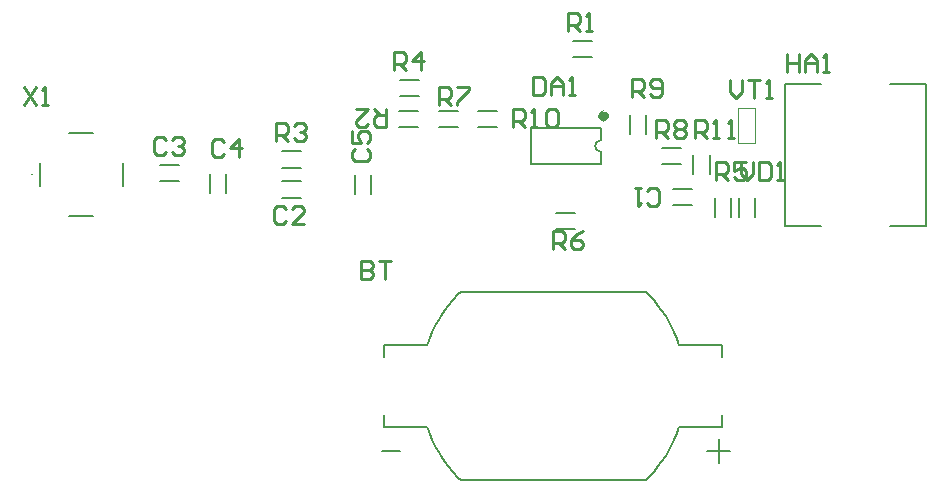
<source format=gto>
G04*
G04 #@! TF.GenerationSoftware,Altium Limited,Altium Designer,20.1.7 (139)*
G04*
G04 Layer_Color=65535*
%FSLAX43Y43*%
%MOMM*%
G71*
G04*
G04 #@! TF.SameCoordinates,6177D0A9-487A-4126-AA2D-7D1D30F1A86E*
G04*
G04*
G04 #@! TF.FilePolarity,Positive*
G04*
G01*
G75*
%ADD10C,0.200*%
%ADD11C,0.800*%
%ADD12C,0.100*%
%ADD13C,0.127*%
%ADD14C,0.003*%
%ADD15C,0.254*%
D10*
X54841Y33803D02*
G03*
X54841Y32803I0J-500D01*
G01*
X48921Y31803D02*
Y34803D01*
X54841Y33803D02*
Y34803D01*
Y31803D02*
Y32803D01*
X48921Y31803D02*
X54841D01*
X48921Y34803D02*
X54841D01*
X9835Y34390D02*
X11835D01*
X7335Y29890D02*
Y31890D01*
X9835Y27390D02*
X11835D01*
X14335Y29890D02*
Y31890D01*
D11*
X55156Y35843D02*
G03*
X55156Y35843I-100J0D01*
G01*
D12*
X6635Y30890D02*
G03*
X6735Y30890I50J0D01*
G01*
D02*
G03*
X6635Y30890I-50J0D01*
G01*
D13*
X79282Y38541D02*
X82392D01*
X70392D02*
X73502D01*
X79282Y26541D02*
X82392D01*
X70392D02*
X73502D01*
X82392D02*
Y38541D01*
X70392Y26541D02*
Y38541D01*
X60962Y28270D02*
X62562D01*
X60962Y29650D02*
X62562D01*
X37808Y38917D02*
X39408D01*
X37808Y37537D02*
X39408D01*
X41125Y34899D02*
X42725D01*
X41125Y36279D02*
X42725D01*
X44452D02*
X46052D01*
X44452Y34899D02*
X46052D01*
X51056Y27618D02*
X52656D01*
X51056Y26238D02*
X52656D01*
X27815Y28930D02*
X29415D01*
X27815Y30310D02*
X29415D01*
X37769Y34899D02*
X39369D01*
X37769Y36279D02*
X39369D01*
X35401Y29277D02*
Y30877D01*
X34021Y29277D02*
Y30877D01*
X17488Y30298D02*
X19088D01*
X17488Y31678D02*
X19088D01*
X52504Y40843D02*
X54104D01*
X52504Y42223D02*
X54104D01*
X27815Y31470D02*
X29415D01*
X27815Y32850D02*
X29415D01*
X23082Y29303D02*
Y30903D01*
X21702Y29303D02*
Y30903D01*
X65830Y27322D02*
Y28922D01*
X64450Y27322D02*
Y28922D01*
X66508Y27322D02*
Y28922D01*
X67888Y27322D02*
Y28922D01*
X59971Y31750D02*
X61571D01*
X59971Y33130D02*
X61571D01*
X57262Y34329D02*
Y35929D01*
X58642Y34329D02*
Y35929D01*
X64027Y30903D02*
Y32503D01*
X62647Y30903D02*
Y32503D01*
X58628Y20983D02*
X58811Y20804D01*
X59305Y20261D01*
X59686Y19792D01*
X59958Y19419D01*
X60313Y18875D01*
X60490Y18577D01*
X60669Y18265D01*
X60847Y17920D01*
X61032Y17521D01*
X61139Y17270D01*
X61247Y17008D01*
X61370Y16664D01*
X61434Y16483D01*
X42767Y5163D02*
X42951Y4983D01*
X42273Y5706D02*
X42767Y5163D01*
X41892Y6174D02*
X42273Y5706D01*
X41621Y6547D02*
X41892Y6174D01*
X41265Y7092D02*
X41621Y6547D01*
X41089Y7389D02*
X41265Y7092D01*
X40909Y7701D02*
X41089Y7389D01*
X40731Y8046D02*
X40909Y7701D01*
X40547Y8445D02*
X40731Y8046D01*
X40439Y8697D02*
X40547Y8445D01*
X40331Y8959D02*
X40439Y8697D01*
X40208Y9302D02*
X40331Y8959D01*
X40144Y9483D02*
X40208Y9302D01*
X42767Y20804D02*
X42951Y20983D01*
X42273Y20261D02*
X42767Y20804D01*
X41892Y19792D02*
X42273Y20261D01*
X41621Y19419D02*
X41892Y19792D01*
X41265Y18875D02*
X41621Y19419D01*
X41089Y18577D02*
X41265Y18875D01*
X40909Y18265D02*
X41089Y18577D01*
X40731Y17920D02*
X40909Y18265D01*
X40547Y17521D02*
X40731Y17920D01*
X40439Y17270D02*
X40547Y17521D01*
X40331Y17008D02*
X40439Y17270D01*
X40208Y16664D02*
X40331Y17008D01*
X40144Y16483D02*
X40208Y16664D01*
X58628Y4983D02*
X58811Y5163D01*
X59305Y5706D01*
X59686Y6174D01*
X59958Y6547D01*
X60313Y7092D01*
X60490Y7389D01*
X60669Y7701D01*
X60847Y8046D01*
X61032Y8445D01*
X61139Y8697D01*
X61247Y8959D01*
X61370Y9302D01*
X61434Y9483D01*
X36289Y7483D02*
X37789D01*
X63789D02*
X65789D01*
X64789Y6483D02*
Y8483D01*
X42954Y20983D02*
X58624D01*
X42954Y4983D02*
X58624D01*
X36489Y9483D02*
X40144D01*
X36489D02*
Y10563D01*
Y16483D02*
X40144D01*
X36489Y15403D02*
Y16483D01*
X61434D02*
X65089D01*
Y15403D02*
Y16483D01*
X61434Y9483D02*
X65089D01*
Y10563D01*
D14*
X66469Y33540D02*
X67869D01*
X66469Y36540D02*
X67869D01*
X66469Y33540D02*
Y36540D01*
X67869Y33540D02*
Y36540D01*
D15*
X70580Y41130D02*
Y39607D01*
Y40369D01*
X71596D01*
Y41130D01*
Y39607D01*
X72104D02*
Y40622D01*
X72612Y41130D01*
X73119Y40622D01*
Y39607D01*
Y40369D01*
X72104D01*
X73627Y39607D02*
X74135D01*
X73881D01*
Y41130D01*
X73627Y40876D01*
X58765Y28503D02*
X59019Y28249D01*
X59527D01*
X59780Y28503D01*
Y29518D01*
X59527Y29772D01*
X59019D01*
X58765Y29518D01*
X58257Y29772D02*
X57749D01*
X58003D01*
Y28249D01*
X58257Y28503D01*
X37328Y39777D02*
Y41300D01*
X38090D01*
X38343Y41047D01*
Y40539D01*
X38090Y40285D01*
X37328D01*
X37836D02*
X38343Y39777D01*
X39613D02*
Y41300D01*
X38851Y40539D01*
X39867D01*
X41087Y36783D02*
Y38307D01*
X41849D01*
X42102Y38053D01*
Y37545D01*
X41849Y37291D01*
X41087D01*
X41595D02*
X42102Y36783D01*
X42610Y38307D02*
X43626D01*
Y38053D01*
X42610Y37037D01*
Y36783D01*
X47361Y34929D02*
Y36453D01*
X48123D01*
X48376Y36199D01*
Y35691D01*
X48123Y35437D01*
X47361D01*
X47869D02*
X48376Y34929D01*
X48884D02*
X49392D01*
X49138D01*
Y36453D01*
X48884Y36199D01*
X50154D02*
X50408Y36453D01*
X50916D01*
X51170Y36199D01*
Y35183D01*
X50916Y34929D01*
X50408D01*
X50154Y35183D01*
Y36199D01*
X50790Y24591D02*
Y26115D01*
X51551D01*
X51805Y25861D01*
Y25353D01*
X51551Y25099D01*
X50790D01*
X51297D02*
X51805Y24591D01*
X53329Y26115D02*
X52821Y25861D01*
X52313Y25353D01*
Y24845D01*
X52567Y24591D01*
X53075D01*
X53329Y24845D01*
Y25099D01*
X53075Y25353D01*
X52313D01*
X28183Y27969D02*
X27929Y28223D01*
X27422D01*
X27168Y27969D01*
Y26953D01*
X27422Y26699D01*
X27929D01*
X28183Y26953D01*
X29707Y26699D02*
X28691D01*
X29707Y27715D01*
Y27969D01*
X29453Y28223D01*
X28945D01*
X28691Y27969D01*
X36664Y36478D02*
Y34954D01*
X35902D01*
X35648Y35208D01*
Y35716D01*
X35902Y35970D01*
X36664D01*
X36156D02*
X35648Y36478D01*
X34125D02*
X35140D01*
X34125Y35462D01*
Y35208D01*
X34379Y34954D01*
X34886D01*
X35140Y35208D01*
X34051Y33075D02*
X33797Y32821D01*
Y32313D01*
X34051Y32059D01*
X35066D01*
X35320Y32313D01*
Y32821D01*
X35066Y33075D01*
X33797Y34598D02*
Y33583D01*
X34559D01*
X34305Y34090D01*
Y34344D01*
X34559Y34598D01*
X35066D01*
X35320Y34344D01*
Y33836D01*
X35066Y33583D01*
X18021Y33794D02*
X17767Y34048D01*
X17259D01*
X17005Y33794D01*
Y32779D01*
X17259Y32525D01*
X17767D01*
X18021Y32779D01*
X18529Y33794D02*
X18783Y34048D01*
X19291D01*
X19544Y33794D01*
Y33540D01*
X19291Y33286D01*
X19037D01*
X19291D01*
X19544Y33033D01*
Y32779D01*
X19291Y32525D01*
X18783D01*
X18529Y32779D01*
X52021Y43069D02*
Y44593D01*
X52783D01*
X53037Y44339D01*
Y43831D01*
X52783Y43577D01*
X52021D01*
X52529D02*
X53037Y43069D01*
X53545D02*
X54052D01*
X53799D01*
Y44593D01*
X53545Y44339D01*
X49087Y39135D02*
Y37612D01*
X49849D01*
X50103Y37866D01*
Y38881D01*
X49849Y39135D01*
X49087D01*
X50611Y37612D02*
Y38627D01*
X51119Y39135D01*
X51626Y38627D01*
Y37612D01*
Y38373D01*
X50611D01*
X52134Y37612D02*
X52642D01*
X52388D01*
Y39135D01*
X52134Y38881D01*
X27324Y33714D02*
Y35238D01*
X28086D01*
X28340Y34984D01*
Y34476D01*
X28086Y34222D01*
X27324D01*
X27832D02*
X28340Y33714D01*
X28848Y34984D02*
X29101Y35238D01*
X29609D01*
X29863Y34984D01*
Y34730D01*
X29609Y34476D01*
X29355D01*
X29609D01*
X29863Y34222D01*
Y33968D01*
X29609Y33714D01*
X29101D01*
X28848Y33968D01*
X5996Y38268D02*
X7012Y36745D01*
Y38268D02*
X5996Y36745D01*
X7520D02*
X8028D01*
X7774D01*
Y38268D01*
X7520Y38014D01*
X22879Y33663D02*
X22625Y33917D01*
X22117D01*
X21863Y33663D01*
Y32647D01*
X22117Y32393D01*
X22625D01*
X22879Y32647D01*
X24148Y32393D02*
Y33917D01*
X23387Y33155D01*
X24402D01*
X64611Y30412D02*
Y31936D01*
X65373D01*
X65627Y31682D01*
Y31174D01*
X65373Y30920D01*
X64611D01*
X65119D02*
X65627Y30412D01*
X67150Y31936D02*
X66135D01*
Y31174D01*
X66643Y31428D01*
X66896D01*
X67150Y31174D01*
Y30666D01*
X66896Y30412D01*
X66389D01*
X66135Y30666D01*
X66669Y31936D02*
Y30920D01*
X67176Y30412D01*
X67684Y30920D01*
Y31936D01*
X68192D02*
Y30412D01*
X68954D01*
X69208Y30666D01*
Y31682D01*
X68954Y31936D01*
X68192D01*
X69716Y30412D02*
X70223D01*
X69970D01*
Y31936D01*
X69716Y31682D01*
X59489Y33976D02*
Y35500D01*
X60250D01*
X60504Y35246D01*
Y34738D01*
X60250Y34484D01*
X59489D01*
X59997D02*
X60504Y33976D01*
X61012Y35246D02*
X61266Y35500D01*
X61774D01*
X62028Y35246D01*
Y34992D01*
X61774Y34738D01*
X62028Y34484D01*
Y34230D01*
X61774Y33976D01*
X61266D01*
X61012Y34230D01*
Y34484D01*
X61266Y34738D01*
X61012Y34992D01*
Y35246D01*
X61266Y34738D02*
X61774D01*
X57423Y37422D02*
Y38946D01*
X58185D01*
X58439Y38692D01*
Y38184D01*
X58185Y37930D01*
X57423D01*
X57931D02*
X58439Y37422D01*
X58947Y37676D02*
X59200Y37422D01*
X59708D01*
X59962Y37676D01*
Y38692D01*
X59708Y38946D01*
X59200D01*
X58947Y38692D01*
Y38438D01*
X59200Y38184D01*
X59962D01*
X65780Y38870D02*
Y37854D01*
X66287Y37346D01*
X66795Y37854D01*
Y38870D01*
X67303D02*
X68319D01*
X67811D01*
Y37346D01*
X68827D02*
X69334D01*
X69081D01*
Y38870D01*
X68827Y38616D01*
X62808Y33993D02*
Y35517D01*
X63570D01*
X63823Y35263D01*
Y34755D01*
X63570Y34501D01*
X62808D01*
X63316D02*
X63823Y33993D01*
X64331D02*
X64839D01*
X64585D01*
Y35517D01*
X64331Y35263D01*
X65601Y33993D02*
X66109D01*
X65855D01*
Y35517D01*
X65601Y35263D01*
X34512Y23554D02*
Y22030D01*
X35274D01*
X35528Y22284D01*
Y22538D01*
X35274Y22792D01*
X34512D01*
X35274D01*
X35528Y23046D01*
Y23300D01*
X35274Y23554D01*
X34512D01*
X36036D02*
X37051D01*
X36544D01*
Y22030D01*
M02*

</source>
